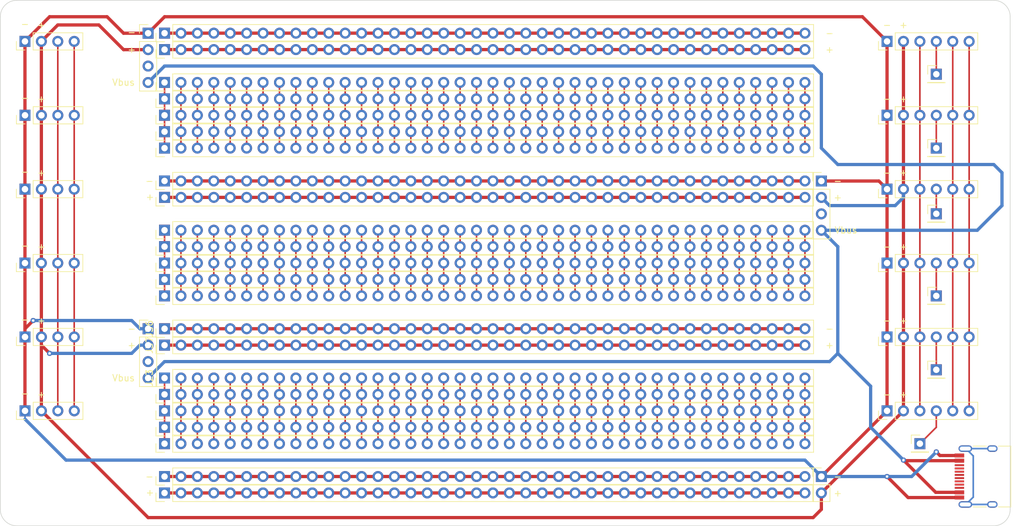
<source format=kicad_pcb>
(kicad_pcb (version 20211014) (generator pcbnew)
  (layers (0 "F.Cu" signal) (31 "B.Cu" signal) (34 "B.Paste" user) (35 "F.Paste" user) (36 "B.SilkS" user "B.Silkscreen") (37 "F.SilkS" user "F.Silkscreen") (38 "B.Mask" user) (39 "F.Mask" user) (44 "Edge.Cuts" user))
  (net 0 "")
  (net 1 "GND")
  (net 2 "+3V3")
  (net 3 "SPI_CLK")
  (net 4 "SPI_01_CS")
  (net 5 "SPI_MISO")
  (net 6 "SPI_MOSI")
  (net 7 "SPI_02_CS")
  (net 8 "SPI_03_CS")
  (net 9 "SPI_04_CS")
  (net 10 "SPI_05_CS")
  (net 11 "SPI_06_CS")
  (net 12 "SCL")
  (net 13 "SDA")
  (net 14 "A_01")
  (net 15 "A_02")
  (net 16 "A_03")
  (net 17 "A_04")
  (net 18 "A_05")
  (net 19 "A_06")
  (net 20 "A_07")
  (net 21 "A_08")
  (net 22 "A_09")
  (net 23 "A_10")
  (net 24 "A_11")
  (net 25 "A_12")
  (net 26 "A_13")
  (net 27 "A_14")
  (net 28 "A_15")
  (net 29 "A_16")
  (net 30 "A_17")
  (net 31 "A_18")
  (net 32 "A_19")
  (net 33 "A_20")
  (net 34 "A_21")
  (net 35 "A_22")
  (net 36 "A_23")
  (net 37 "A_24")
  (net 38 "A_25")
  (net 39 "A_26")
  (net 40 "A_27")
  (net 41 "A_28")
  (net 42 "A_29")
  (net 43 "A_30")
  (net 44 "A_31")
  (net 45 "A_32")
  (net 46 "A_33")
  (net 47 "A_34")
  (net 48 "A_35")
  (net 49 "A_36")
  (net 50 "A_37")
  (net 51 "A_38")
  (net 52 "A_39")
  (net 53 "A_40")
  (net 54 "B_01")
  (net 55 "B_02")
  (net 56 "B_03")
  (net 57 "B_05")
  (net 58 "B_06")
  (net 59 "B_07")
  (net 60 "B_08")
  (net 61 "B_09")
  (net 62 "B_10")
  (net 63 "B_11")
  (net 64 "B_12")
  (net 65 "B_13")
  (net 66 "B_14")
  (net 67 "B_15")
  (net 68 "B_16")
  (net 69 "B_17")
  (net 70 "B_18")
  (net 71 "B_19")
  (net 72 "B_20")
  (net 73 "B_21")
  (net 74 "B_22")
  (net 75 "B_23")
  (net 76 "B_24")
  (net 77 "B_25")
  (net 78 "B_26")
  (net 79 "B_27")
  (net 80 "B_28")
  (net 81 "B_29")
  (net 82 "B_30")
  (net 83 "B_31")
  (net 84 "B_32")
  (net 85 "B_33")
  (net 86 "B_34")
  (net 87 "B_35")
  (net 88 "B_36")
  (net 89 "B_37")
  (net 90 "B_38")
  (net 91 "B_39")
  (net 92 "B_40")
  (net 93 "C_01")
  (net 94 "C_02")
  (net 95 "C_03")
  (net 96 "C_04")
  (net 97 "C_05")
  (net 98 "C_06")
  (net 99 "C_07")
  (net 100 "C_08")
  (net 101 "C_09")
  (net 102 "C_10")
  (net 103 "C_11")
  (net 104 "C_12")
  (net 105 "C_13")
  (net 106 "C_14")
  (net 107 "C_15")
  (net 108 "C_16")
  (net 109 "C_17")
  (net 110 "C_18")
  (net 111 "C_19")
  (net 112 "C_20")
  (net 113 "C_21")
  (net 114 "C_22")
  (net 115 "C_23")
  (net 116 "C_24")
  (net 117 "C_25")
  (net 118 "C_26")
  (net 119 "C_27")
  (net 120 "C_28")
  (net 121 "C_29")
  (net 122 "C_30")
  (net 123 "C_31")
  (net 124 "C_32")
  (net 125 "C_33")
  (net 126 "C_34")
  (net 127 "C_35")
  (net 128 "C_36")
  (net 129 "C_37")
  (net 130 "C_38")
  (net 131 "C_39")
  (net 132 "C_40")
  (net 136 "R_1")
  (net 137 "R_2")
  (net 138 "R_3")
  (net 139 "R_4")
  (net 140 "R_5")
  (net 141 "R_6")
  (net 142 "R_7")
  (net 143 "R_8")
  (net 144 "+5V")
  (net 153 "unconnected-(J40-PadS1)")
  (net 154 "B_04")
  (footprint "Connector_PinHeader_2.54mm:PinHeader_1x40_P2.54mm_Vertical" (layer "F.Cu") (at 71.12 96.52 90)
    (fp_text reference "J27" hide)
    (fp_text value "C_5")
  )
  (footprint "Connector_PinHeader_2.54mm:PinHeader_1x06_P2.54mm_Vertical" (layer "F.Cu") (at 182.88 45.72 90)
    (fp_text reference "J2" hide)
    (fp_text value "SPI_02")
  )
  (footprint "Connector_PinHeader_2.54mm:PinHeader_1x40_P2.54mm_Vertical" (layer "F.Cu") (at 71.125 35.56 90)
    (fp_text reference "J33" hide)
    (fp_text value "Rail02")
  )
  (footprint "MountingHole:MountingHole_3.5mm" (layer "F.Cu") (at 63.5 45.72)
    (fp_text reference "REF**" hide)
    (fp_text value "MountingHole_3.5mm" hide)
  )
  (footprint "Connector_PinHeader_2.54mm:PinHeader_1x04_P2.54mm_Vertical" (layer "F.Cu") (at 49.53 34.29 90)
    (fp_text reference "J7" hide)
    (fp_text value "I2C_01")
  )
  (footprint "Connector_PinHeader_2.54mm:PinHeader_1x40_P2.54mm_Vertical" (layer "F.Cu") (at 71.12 86.36 90)
    (fp_text reference "J23")
    (fp_text value "C_1")
  )
  (footprint "Connector_PinHeader_2.54mm:PinHeader_1x40_P2.54mm_Vertical" (layer "F.Cu") (at 71.12 45.72 90)
    (fp_text reference "J15" hide)
    (fp_text value "A_3")
  )
  (footprint "Connector_PinHeader_2.54mm:PinHeader_1x40_P2.54mm_Vertical" (layer "F.Cu") (at 71.12 104.14 90)
    (fp_text reference "+")
    (fp_text value "Rail08")
  )
  (footprint "MountingHole:MountingHole_3.5mm" (layer "F.Cu") (at 176.53 45.72)
    (fp_text reference "REF**" hide)
    (fp_text value "MountingHole_3.5mm" hide)
  )
  (footprint "Connector_PinHeader_2.54mm:PinHeader_1x40_P2.54mm_Vertical" (layer "F.Cu") (at 71.12 91.44 90)
    (fp_text reference "J25" hide)
    (fp_text value "C_3")
  )
  (footprint "Connector_PinHeader_2.54mm:PinHeader_1x04_P2.54mm_Vertical" (layer "F.Cu") (at 49.53 68.58 90)
    (fp_text reference "J12" hide)
    (fp_text value "I2C_06")
  )
  (footprint "Connector_USB:USB_C_Receptacle_HRO_TYPE-C-31-M-12" (layer "F.Cu") (at 198.12 101.6 90)
    (fp_text reference "J40" hide)
    (fp_text value "USB_C_Receptacle")
  )
  (footprint "Connector_PinHeader_2.54mm:PinHeader_1x02_P2.54mm_Vertical" (layer "F.Cu") (at 172.72 101.6)
    (fp_text reference "J31" hide)
    (fp_text value "Power04")
  )
  (footprint "Connector_PinHeader_2.54mm:PinHeader_1x40_P2.54mm_Vertical" (layer "F.Cu") (at 71.12 81.28 90)
    (fp_text reference "J37")
    (fp_text value "Rail06")
  )
  (footprint "Connector_PinHeader_2.54mm:PinHeader_1x40_P2.54mm_Vertical" (layer "F.Cu") (at 71.125 33.02 90)
    (fp_text reference "J32" hide)
    (fp_text value "Rail01")
  )
  (footprint "Connector_PinHeader_2.54mm:PinHeader_1x04_P2.54mm_Vertical" (layer "F.Cu") (at 49.54 91.44 90)
    (fp_text reference "J11" hide)
    (fp_text value "I2C_05")
  )
  (footprint "Connector_PinHeader_2.54mm:PinHeader_1x06_P2.54mm_Vertical" (layer "F.Cu") (at 182.88 34.29 90)
    (fp_text reference "J1" hide)
    (fp_text value "SPI_01")
  )
  (footprint "Connector_PinHeader_2.54mm:PinHeader_1x04_P2.54mm_Vertical" (layer "F.Cu") (at 49.54 45.72 90)
    (fp_text reference "J8" hide)
    (fp_text value "I2C_02")
  )
  (footprint "Connector_PinHeader_2.54mm:PinHeader_1x40_P2.54mm_Vertical" (layer "F.Cu") (at 71.125 58.42 90)
    (fp_text reference "+")
    (fp_text value "Rail04")
  )
  (footprint "Connector_PinHeader_2.54mm:PinHeader_1x40_P2.54mm_Vertical" (layer "F.Cu") (at 71.12 88.9 90)
    (fp_text reference "J24" hide)
    (fp_text value "C_2")
  )
  (footprint "Connector_PinHeader_2.54mm:PinHeader_1x40_P2.54mm_Vertical" (layer "F.Cu") (at 71.12 55.88 90)
    (fp_text reference "-")
    (fp_text value "Rail03")
  )
  (footprint "Connector_PinHeader_2.54mm:PinHeader_1x04_P2.54mm_Vertical" (layer "F.Cu") (at 68.58 33.03)
    (fp_text reference "J28" hide)
    (fp_text value "Power01" hide)
  )
  (footprint "Connector_PinHeader_2.54mm:PinHeader_1x40_P2.54mm_Vertical" (layer "F.Cu") (at 71.12 48.26 90)
    (fp_text reference "J16" hide)
    (fp_text value "A_4")
  )
  (footprint "Connector_PinHeader_2.54mm:PinHeader_1x40_P2.54mm_Vertical" (layer "F.Cu") (at 71.12 50.8 90)
    (fp_text reference "J17" hide)
    (fp_text value "A_5")
  )
  (footprint "Connector_PinHeader_2.54mm:PinHeader_1x01_P2.54mm_Vertical" (layer "F.Cu") (at 190.5 60.96)
    (fp_text reference "J43" hide)
    (fp_text value "SPI_CS_03")
  )
  (footprint "Connector_PinHeader_2.54mm:PinHeader_1x04_P2.54mm_Vertical" (layer "F.Cu") (at 172.72 55.89)
    (fp_text reference "J29" hide)
    (fp_text value "Power02")
  )
  (footprint "Connector_PinHeader_2.54mm:PinHeader_1x40_P2.54mm_Vertical" (layer "F.Cu") (at 71.12 93.98 90)
    (fp_text reference "J26" hide)
    (fp_text value "C_4")
  )
  (footprint "Connector_PinHeader_2.54mm:PinHeader_1x40_P2.54mm_Vertical" (layer "F.Cu") (at 71.12 40.64 90)
    (fp_text reference "J13" hide)
    (fp_text value "A_1")
  )
  (footprint "MountingHole:MountingHole_3.5mm" (layer "F.Cu") (at 176.53 91.44)
    (fp_text reference "REF**" hide)
    (fp_text value "MountingHole_3.5mm" hide)
  )
  (footprint "Connector_PinHeader_2.54mm:PinHeader_1x04_P2.54mm_Vertical" (layer "F.Cu") (at 49.54 80.01 90)
    (fp_text reference "J10" hide)
    (fp_text value "I2C_04")
  )
  (footprint "Connector_PinHeader_2.54mm:PinHeader_1x06_P2.54mm_Vertical" (layer "F.Cu") (at 182.88 57.15 90)
    (fp_text reference "J3" hide)
    (fp_text value "SPI_03")
  )
  (footprint "Connector_PinHeader_2.54mm:PinHeader_1x01_P2.54mm_Vertical" (layer "F.Cu") (at 187.96 96.52)
    (fp_text reference "J46" hide)
    (fp_text value "SPI_CS_06")
  )
  (footprint "Connector_PinHeader_2.54mm:PinHeader_1x06_P2.54mm_Vertical" (layer "F.Cu") (at 182.88 91.44 90)
    (fp_text reference "J6" hide)
    (fp_text value "SPI_06")
  )
  (footprint "Connector_PinHeader_2.54mm:PinHeader_1x40_P2.54mm_Vertical" (layer "F.Cu") (at 71.12 101.6 90)
    (fp_text reference "-")
    (fp_text value "Rail07")
  )
  (footprint "Connector_PinHeader_2.54mm:PinHeader_1x01_P2.54mm_Vertical" (layer "F.Cu") (at 190.5 85.09)
    (fp_text reference "J45" hide)
    (fp_text value "SPI_CS_05")
  )
  (footprint "MountingHole:MountingHole_3.5mm" (layer "F.Cu") (at 63.5 91.44)
    (fp_text reference "REF**" hide)
    (fp_text value "MountingHole_3.5mm" hide)
  )
  (footprint "Connector_PinHeader_2.54mm:PinHeader_1x40_P2.54mm_Vertical" (layer "F.Cu") (at 71.125 78.74 90)
    (fp_text reference "J36")
    (fp_text value "Rail05")
  )
  (footprint "Connector_PinHeader_2.54mm:PinHeader_1x04_P2.54mm_Vertical" (layer "F.Cu") (at 49.53 57.15 90)
    (fp_text reference "J9" hide)
    (fp_text value "I2C_03")
  )
  (footprint "Connector_PinHeader_2.54mm:PinHeader_1x01_P2.54mm_Vertical" (layer "F.Cu") (at 190.5 50.8)
    (fp_text reference "J42" hide)
    (fp_text value "SPI_CS_02")
  )
  (footprint "Connector_PinHeader_2.54mm:PinHeader_1x06_P2.54mm_Vertical" (layer "F.Cu") (at 182.88 80.01 90)
    (fp_text reference "J5" hide)
    (fp_text value "SPI_05")
  )
  (footprint "Connector_PinHeader_2.54mm:PinHeader_1x01_P2.54mm_Vertical" (layer "F.Cu") (at 190.5 39.37)
    (fp_text reference "J41" hide)
    (fp_text value "SPI_CS_01")
  )
  (footprint "Connector_PinHeader_2.54mm:PinHeader_1x40_P2.54mm_Vertical" (layer "F.Cu") (at 71.12 71.12 90)
    (fp_text reference "J21" hide)
    (fp_text value "B_4")
  )
  (footprint "Connector_PinHeader_2.54mm:PinHeader_1x04_P2.54mm_Vertical" (layer "F.Cu") (at 68.58 78.74)
    (fp_text reference "J30" hide)
    (fp_text value "Power03" hide)
  )
  (footprint "Connector_PinHeader_2.54mm:PinHeader_1x40_P2.54mm_Vertical" (layer "F.Cu") (at 71.12 68.58 90)
    (fp_text reference "J20" hide)
    (fp_text value "B_3")
  )
  (footprint "Connector_PinHeader_2.54mm:PinHeader_1x40_P2.54mm_Vertical" (layer "F.Cu") (at 71.12 43.18 90)
    (fp_text reference "J14" hide)
    (fp_text value "A_2")
  )
  (footprint "Connector_PinHeader_2.54mm:PinHeader_1x06_P2.54mm_Vertical" (layer "F.Cu") (at 182.88 68.58 90)
    (fp_text reference "J4" hide)
    (fp_text value "SPI_04")
  )
  (footprint "Connector_PinHeader_2.54mm:PinHeader_1x40_P2.54mm_Vertical" (layer "F.Cu") (at 71.12 66.04 90)
    (fp_text reference "J19" hide)
    (fp_text value "B_2")
  )
  (footprint "Connector_PinHeader_2.54mm:PinHeader_1x01_P2.54mm_Vertical" (layer "F.Cu") (at 190.5 73.66)
    (fp_text reference "J44" hide)
    (fp_text value "SPI_CS_04")
  )
  (footprint "Connector_PinHeader_2.54mm:PinHeader_1x40_P2.54mm_Vertical" (layer "F.Cu") (at 71.12 63.5 90)
    (fp_text reference "J18" hide)
    (fp_text value "B_1")
  )
  (footprint "Connector_PinHeader_2.54mm:PinHeader_1x40_P2.54mm_Vertical" (layer "F.Cu") (at 71.12 73.66 90)
    (fp_text reference "J22" hide)
    (fp_text value "B_5")
  )
  (gr_line (start 199.39 27.94) (end 48.26 27.94) (layer "Edge.Cuts") (width 0.1))
  (gr_arc (start 199.39 27.94) (mid 201.186051 28.683949) (end 201.93 30.48) (layer "Edge.Cuts") (width 0.1))
  (gr_line (start 48.26 109.22) (end 199.39 109.22) (layer "Edge.Cuts") (width 0.1))
  (gr_arc (start 201.93 106.68) (mid 201.186051 108.476051) (end 199.39 109.22) (layer "Edge.Cuts") (width 0.1))
  (gr_arc (start 45.72 30.48) (mid 46.463949 28.683949) (end 48.26 27.94) (layer "Edge.Cuts") (width 0.1))
  (gr_line (start 45.72 30.48) (end 45.72 106.68) (layer "Edge.Cuts") (width 0.1))
  (gr_line (start 201.93 106.68) (end 201.93 30.48) (layer "Edge.Cuts") (width 0.1))
  (gr_arc (start 48.26 109.22) (mid 46.463949 108.476051) (end 45.72 106.68) (layer "Edge.Cuts") (width 0.1))
  (gr_text "-" (at 175.26 55.88) (layer "F.SilkS") (effects (font (size 1 1))))
  (gr_text "-" (at 49.53 88.9 180) (layer "F.SilkS") (effects (font (size 1 1))))
  (gr_text "+" (at 173.99 81.28) (layer "F.SilkS") (effects (font (size 1 1))))
  (gr_text "Vbus" (at 176.53 63.5) (layer "F.SilkS") (effects (font (size 1 1))))
  (gr_text "-" (at 182.88 31.75) (layer "F.SilkS") (effects (font (size 1 1))))
  (gr_text "Vbus" (at 64.77 40.64) (layer "F.SilkS") (effects (font (size 1 1))))
  (gr_text "+" (at 66.04 81.28) (layer "F.SilkS") (effects (font (size 1 1))))
  (gr_text "-" (at 49.53 77.47 180) (layer "F.SilkS") (effects (font (size 1 1))))
  (gr_text "-" (at 49.53 43.18 180) (layer "F.SilkS") (effects (font (size 1 1))))
  (gr_text "+" (at 173.99 35.56) (layer "F.SilkS") (effects (font (size 1 1))))
  (gr_text "-" (at 49.53 54.61 180) (layer "F.SilkS") (effects (font (size 1 1))))
  (gr_text "-" (at 175.26 101.6) (layer "F.SilkS") (effects (font (size 1 1))))
  (gr_text "+" (at 52.07 43.18) (layer "F.SilkS") (effects (font (size 1 1))))
  (gr_text "-" (at 173.99 78.74) (layer "F.SilkS") (effects (font (size 1 1))))
  (gr_text "-" (at 182.88 54.61) (layer "F.SilkS") (effects (font (size 1 1))))
  (gr_text "+" (at 185.42 43.18) (layer "F.SilkS") (effects (font (size 1 1))))
  (gr_text "-" (at 182.88 88.9) (layer "F.SilkS") (effects (font (size 1 1))))
  (gr_text "+" (at 52.07 88.9) (layer "F.SilkS") (effects (font (size 1 1))))
  (gr_text "-" (at 173.99 33.02) (layer "F.SilkS") (effects (font (size 1 1))))
  (gr_text "+" (at 66.04 35.56) (layer "F.SilkS") (effects (font (size 1 1))))
  (gr_text "-" (at 49.53 31.75 180) (layer "F.SilkS") (effects (font (size 1 1))))
  (gr_text "+" (at 52.07 77.47) (layer "F.SilkS") (effects (font (size 1 1))))
  (gr_text "-" (at 182.88 43.18) (layer "F.SilkS") (effects (font (size 1 1))))
  (gr_text "+" (at 175.26 58.42) (layer "F.SilkS") (effects (font (size 1 1))))
  (gr_text "+" (at 175.26 104.17) (layer "F.SilkS") (effects (font (size 1 1))))
  (gr_text "+" (at 52.07 31.75) (layer "F.SilkS") (effects (font (size 1 1))))
  (gr_text "+" (at 185.42 66.04) (layer "F.SilkS") (effects (font (size 1 1))))
  (gr_text "-" (at 66.04 78.74) (layer "F.SilkS") (effects (font (size 1 1))))
  (gr_text "+" (at 185.403986 54.577972) (layer "F.SilkS") (effects (font (size 1 1))))
  (gr_text "Vbus" (at 64.77 86.36) (layer "F.SilkS") (effects (font (size 1 1))))
  (gr_text "+" (at 185.42 31.75) (layer "F.SilkS") (effects (font (size 1 1))))
  (gr_text "-" (at 182.88 66.04) (layer "F.SilkS") (effects (font (size 1 1))))
  (gr_text "+" (at 185.42 77.47) (layer "F.SilkS") (effects (font (size 1 1))))
  (gr_text "-" (at 49.53 66.04 180) (layer "F.SilkS") (effects (font (size 1 1))))
  (gr_text "-" (at 66.04 33.02 180) (layer "F.SilkS") (effects (font (size 1 1))))
  (gr_text "-" (at 182.88 77.47) (layer "F.SilkS") (effects (font (size 1 1))))
  (gr_text "+" (at 185.42 88.9) (layer "F.SilkS") (effects (font (size 1 1))))
  (gr_text "+" (at 52.07 66.04) (layer "F.SilkS") (effects (font (size 1 1))))
  (gr_text "+" (at 52.07 54.61) (layer "F.SilkS") (effects (font (size 1 1))))
  (segment (start 179.07 30.48) (end 71.13 30.48) (width 0.5) (layer "F.Cu") (net 1))
  (segment (start 182.88 57.15) (end 181.61 55.88) (width 0.5) (layer "F.Cu") (net 1))
  (segment (start 194.075 104.85) (end 186.13 104.85) (width 0.5) (layer "F.Cu") (net 1))
  (segment (start 172.72 101.6) (end 182.88 91.44) (width 0.5) (layer "F.Cu") (net 1))
  (segment (start 49.53 91.43) (end 49.54 91.44) (width 0.25) (layer "F.Cu") (net 1))
  (segment (start 182.88 34.29) (end 182.88 91.44) (width 0.5) (layer "F.Cu") (net 1))
  (segment (start 49.54 80.01) (end 49.54 78.73) (width 0.25) (layer "F.Cu") (net 1))
  (segment (start 181.6 55.89) (end 172.72 55.89) (width 0.5) (layer "F.Cu") (net 1))
  (segment (start 62.23 30.48) (end 64.78 33.03) (width 0.5) (layer "F.Cu") (net 1))
  (segment (start 49.53 34.29) (end 53.34 30.48) (width 0.5) (layer "F.Cu") (net 1))
  (segment (start 181.61 55.88) (end 181.6 55.89) (width 0.25) (layer "F.Cu") (net 1))
  (segment (start 191.06 98.35) (end 190.5 97.79) (width 0.5) (layer "F.Cu") (net 1))
  (segment (start 71.13 30.48) (end 68.58 33.03) (width 0.5) (layer "F.Cu") (net 1))
  (segment (start 183.463018 102.183018) (end 182.88 101.6) (width 0.5) (layer "F.Cu") (net 1))
  (segment (start 194.075 98.35) (end 191.06 98.35) (width 0.5) (layer "F.Cu") (net 1))
  (segment (start 53.34 30.48) (end 62.23 30.48) (width 0.5) (layer "F.Cu") (net 1))
  (segment (start 182.88 34.29) (end 179.07 30.48) (width 0.5) (layer "F.Cu") (net 1))
  (segment (start 49.53 34.29) (end 49.53 91.43) (width 0.5) (layer "F.Cu") (net 1))
  (segment (start 64.78 33.03) (end 68.58 33.03) (width 0.5) (layer "F.Cu") (net 1))
  (segment (start 186.13 104.85) (end 183.463018 102.183018) (width 0.5) (layer "F.Cu") (net 1))
  (segment (start 49.54 78.73) (end 50.8 77.47) (width 0.5) (layer "F.Cu") (net 1))
  (via (at 182.88 101.6) (size 0.8) (drill 0.4) (layers "F.Cu" "B.Cu") (net 1))
  (via (at 190.5 97.79) (size 0.8) (drill 0.4) (layers "F.Cu" "B.Cu") (net 1))
  (via (at 50.8 77.47) (size 0.8) (drill 0.4) (layers "F.Cu" "B.Cu") (net 1))
  (segment (start 66.04 77.47) (end 50.8 77.47) (width 0.5) (layer "B.Cu") (net 1))
  (segment (start 186.69 101.6) (end 190.5 97.79) (width 0.5) (layer "B.Cu") (net 1))
  (segment (start 67.31 78.74) (end 66.04 77.47) (width 0.5) (layer "B.Cu") (net 1))
  (segment (start 49.54 91.44) (end 49.54 92.72) (width 0.25) (layer "B.Cu") (net 1))
  (segment (start 172.72 101.6) (end 182.88 101.6) (width 0.5) (layer "B.Cu") (net 1))
  (segment (start 49.54 92.72) (end 55.88 99.06) (width 0.5) (layer "B.Cu") (net 1))
  (segment (start 55.88 99.06) (end 170.18 99.06) (width 0.5) (layer "B.Cu") (net 1))
  (segment (start 68.58 78.74) (end 67.31 78.74) (width 0.5) (layer "B.Cu") (net 1))
  (segment (start 182.88 101.6) (end 186.69 101.6) (width 0.5) (layer "B.Cu") (net 1))
  (segment (start 170.18 99.06) (end 172.72 101.6) (width 0.5) (layer "B.Cu") (net 1))
  (segment (start 171.45 107.95) (end 68.58 107.95) (width 0.5) (layer "F.Cu") (net 2))
  (segment (start 67.31 106.67) (end 52.08 91.44) (width 0.5) (layer "F.Cu") (net 2))
  (segment (start 64.78 35.57) (end 68.58 35.57) (width 0.5) (layer "F.Cu") (net 2))
  (segment (start 67.31 106.68) (end 67.31 106.67) (width 0.25) (layer "F.Cu") (net 2))
  (segment (start 185.42 91.44) (end 172.72 104.14) (width 0.5) (layer "F.Cu") (net 2))
  (segment (start 52.07 91.43) (end 52.08 91.44) (width 0.25) (layer "F.Cu") (net 2))
  (segment (start 52.07 34.29) (end 54.61 31.75) (width 0.5) (layer "F.Cu") (net 2))
  (segment (start 172.72 106.68) (end 171.45 107.95) (width 0.5) (layer "F.Cu") (net 2))
  (segment (start 172.72 104.14) (end 172.72 106.68) (width 0.5) (layer "F.Cu") (net 2))
  (segment (start 68.58 107.95) (end 67.31 106.68) (width 0.5) (layer "F.Cu") (net 2))
  (segment (start 52.08 81.29) (end 53.34 82.55) (width 0.5) (layer "F.Cu") (net 2))
  (segment (start 52.07 34.29) (end 52.07 91.43) (width 0.5) (layer "F.Cu") (net 2))
  (segment (start 54.61 31.75) (end 60.96 31.75) (width 0.5) (layer "F.Cu") (net 2))
  (segment (start 60.96 31.75) (end 64.78 35.57) (width 0.5) (layer "F.Cu") (net 2))
  (segment (start 52.08 80.01) (end 52.08 81.29) (width 0.25) (layer "F.Cu") (net 2))
  (segment (start 185.42 34.29) (end 185.42 91.44) (width 0.5) (layer "F.Cu") (net 2))
  (via (at 53.34 82.55) (size 0.8) (drill 0.4) (layers "F.Cu" "B.Cu") (net 2))
  (segment (start 66.04 82.55) (end 53.34 82.55) (width 0.5) (layer "B.Cu") (net 2))
  (segment (start 67.31 81.28) (end 66.04 82.55) (width 0.5) (layer "B.Cu") (net 2))
  (segment (start 173.98 59.69) (end 172.72 58.43) (width 0.5) (layer "B.Cu") (net 2))
  (segment (start 184.15 59.69) (end 173.98 59.69) (width 0.5) (layer "B.Cu") (net 2))
  (segment (start 185.42 58.42) (end 184.15 59.69) (width 0.5) (layer "B.Cu") (net 2))
  (segment (start 185.42 57.15) (end 185.42 58.42) (width 0.5) (layer "B.Cu") (net 2))
  (segment (start 68.58 81.28) (end 67.31 81.28) (width 0.5) (layer "B.Cu") (net 2))
  (segment (start 187.96 34.29) (end 187.96 91.44) (width 0.25) (layer "F.Cu") (net 3))
  (segment (start 190.5 34.29) (end 190.5 39.37) (width 0.25) (layer "F.Cu") (net 4))
  (segment (start 193.04 34.29) (end 193.04 91.44) (width 0.25) (layer "F.Cu") (net 5))
  (segment (start 195.58 34.29) (end 195.58 91.44) (width 0.25) (layer "F.Cu") (net 6))
  (segment (start 190.5 45.72) (end 190.5 50.8) (width 0.25) (layer "F.Cu") (net 7))
  (segment (start 190.5 57.15) (end 190.5 60.96) (width 0.25) (layer "F.Cu") (net 8))
  (segment (start 190.5 68.58) (end 190.5 73.66) (width 0.25) (layer "F.Cu") (net 9))
  (segment (start 190.5 80.01) (end 190.5 85.09) (width 0.25) (layer "F.Cu") (net 10))
  (segment (start 190.5 91.44) (end 190.5 93.98) (width 0.25) (layer "F.Cu") (net 11))
  (segment (start 190.5 93.98) (end 187.96 96.52) (width 0.25) (layer "F.Cu") (net 11))
  (segment (start 54.61 34.29) (end 54.61 91.43) (width 0.25) (layer "F.Cu") (net 12))
  (segment (start 54.61 91.43) (end 54.62 91.44) (width 0.25) (layer "F.Cu") (net 12))
  (segment (start 57.15 91.43) (end 57.16 91.44) (width 0.25) (layer "F.Cu") (net 13))
  (segment (start 57.15 34.29) (end 57.15 91.43) (width 0.25) (layer "F.Cu") (net 13))
  (segment (start 71.12 50.8) (end 71.12 40.64) (width 0.25) (layer "F.Cu") (net 14))
  (segment (start 73.66 40.64) (end 73.66 50.8) (width 0.25) (layer "F.Cu") (net 15))
  (segment (start 76.2 50.8) (end 76.2 40.64) (width 0.25) (layer "F.Cu") (net 16))
  (segment (start 78.74 40.64) (end 78.74 50.8) (width 0.25) (layer "F.Cu") (net 17))
  (segment (start 81.28 50.8) (end 81.28 40.64) (width 0.25) (layer "F.Cu") (net 18))
  (segment (start 83.82 40.64) (end 83.82 50.8) (width 0.25) (layer "F.Cu") (net 19))
  (segment (start 86.36 50.8) (end 86.36 40.64) (width 0.25) (layer "F.Cu") (net 20))
  (segment (start 88.9 40.64) (end 88.9 50.8) (width 0.25) (layer "F.Cu") (net 21))
  (segment (start 91.44 50.8) (end 91.44 40.64) (width 0.25) (layer "F.Cu") (net 22))
  (segment (start 93.98 40.64) (end 93.98 50.8) (width 0.25) (layer "F.Cu") (net 23))
  (segment (start 96.52 50.8) (end 96.52 40.64) (width 0.25) (layer "F.Cu") (net 24))
  (segment (start 99.06 40.64) (end 99.06 50.8) (width 0.25) (layer "F.Cu") (net 25))
  (segment (start 101.6 50.8) (end 101.6 40.64) (width 0.25) (layer "F.Cu") (net 26))
  (segment (start 104.14 40.64) (end 104.14 50.8) (width 0.25) (layer "F.Cu") (net 27))
  (segment (start 106.68 50.8) (end 106.68 40.64) (width 0.25) (layer "F.Cu") (net 28))
  (segment (start 109.22 40.64) (end 109.22 50.8) (width 0.25) (layer "F.Cu") (net 29))
  (segment (start 111.76 50.8) (end 111.76 40.64) (width 0.25) (layer "F.Cu") (net 30))
  (segment (start 114.3 40.64) (end 114.3 50.8) (width 0.25) (layer "F.Cu") (net 31))
  (segment (start 116.84 50.8) (end 116.84 40.64) (width 0.25) (layer "F.Cu") (net 32))
  (segment (start 119.38 40.64) (end 119.38 50.8) (width 0.25) (layer "F.Cu") (net 33))
  (segment (start 121.92 50.8) (end 121.92 40.64) (width 0.25) (layer "F.Cu") (net 34))
  (segment (start 124.46 40.64) (end 124.46 50.8) (width 0.25) (layer "F.Cu") (net 35))
  (segment (start 127 50.8) (end 127 40.64) (width 0.25) (layer "F.Cu") (net 36))
  (segment (start 129.54 40.64) (end 129.54 50.8) (width 0.25) (layer "F.Cu") (net 37))
  (segment (start 132.08 50.8) (end 132.08 40.64) (width 0.25) (layer "F.Cu") (net 38))
  (segment (start 134.62 40.64) (end 134.62 50.8) (width 0.25) (layer "F.Cu") (net 39))
  (segment (start 137.16 40.64) (end 137.16 50.8) (width 0.25) (layer "F.Cu") (net 40))
  (segment (start 139.7 50.8) (end 139.7 40.64) (width 0.25) (layer "F.Cu") (net 41))
  (segment (start 142.24 40.64) (end 142.24 50.8) (width 0.25) (layer "F.Cu") (net 42))
  (segment (start 144.78 50.8) (end 144.78 40.64) (width 0.25) (layer "F.Cu") (net 43))
  (segment (start 147.32 40.64) (end 147.32 50.8) (width 0.25) (layer "F.Cu") (net 44))
  (segment (start 149.86 50.8) (end 149.86 40.64) (width 0.25) (layer "F.Cu") (net 45))
  (segment (start 152.4 40.64) (end 152.4 50.8) (width 0.25) (layer "F.Cu") (net 46))
  (segment (start 154.94 50.8) (end 154.94 40.64) (width 0.25) (layer "F.Cu") (net 47))
  (segment (start 157.48 40.64) (end 157.48 50.8) (width 0.25) (layer "F.Cu") (net 48))
  (segment (start 160.02 50.8) (end 160.02 40.64) (width 0.25) (layer "F.Cu") (net 49))
  (segment (start 162.56 40.64) (end 162.56 50.8) (width 0.25) (layer "F.Cu") (net 50))
  (segment (start 165.1 40.64) (end 165.1 50.8) (width 0.25) (layer "F.Cu") (net 51))
  (segment (start 167.64 50.8) (end 167.64 40.64) (width 0.25) (layer "F.Cu") (net 52))
  (segment (start 170.18 40.64) (end 170.18 50.8) (width 0.25) (layer "F.Cu") (net 53))
  (segment (start 71.12 73.66) (end 71.12 63.5) (width 0.25) (layer "F.Cu") (net 54))
  (segment (start 73.66 63.5) (end 73.66 73.66) (width 0.25) (layer "F.Cu") (net 55))
  (segment (start 76.2 63.5) (end 76.2 73.66) (width 0.25) (layer "F.Cu") (net 56))
  (segment (start 81.28 63.5) (end 81.28 73.66) (width 0.25) (layer "F.Cu") (net 57))
  (segment (start 83.82 73.66) (end 83.82 63.5) (width 0.25) (layer "F.Cu") (net 58))
  (segment (start 86.36 63.5) (end 86.36 73.66) (width 0.25) (layer "F.Cu") (net 59))
  (segment (start 88.9 73.66) (end 88.9 63.5) (width 0.25) (layer "F.Cu") (net 60))
  (segment (start 91.44 63.5) (end 91.44 73.66) (width 0.25) (layer "F.Cu") (net 61))
  (segment (start 93.98 73.66) (end 93.98 63.5) (width 0.25) (layer "F.Cu") (net 62))
  (segment (start 96.52 63.5) (end 96.52 73.66) (width 0.25) (layer "F.Cu") (net 63))
  (segment (start 99.06 63.5) (end 99.06 73.66) (width 0.25) (layer "F.Cu") (net 64))
  (segment (start 101.6 63.5) (end 101.6 73.66) (width 0.25) (layer "F.Cu") (net 65))
  (segment (start 104.14 63.5) (end 104.14 73.66) (width 0.25) (layer "F.Cu") (net 66))
  (segment (start 106.68 73.66) (end 106.68 63.5) (width 0.25) (layer "F.Cu") (net 67))
  (segment (start 109.22 63.5) (end 109.22 73.66) (width 0.25) (layer "F.Cu") (net 68))
  (segment (start 111.76 73.66) (end 111.76 63.5) (width 0.25) (layer "F.Cu") (net 69))
  (segment (start 114.3 63.5) (end 114.3 73.66) (width 0.25) (layer "F.Cu") (net 70))
  (segment (start 116.84 73.66) (end 116.84 63.5) (width 0.25) (layer "F.Cu") (net 71))
  (segment (start 119.38 63.5) (end 119.38 73.66) (width 0.25) (layer "F.Cu") (net 72))
  (segment (start 121.92 73.66) (end 121.92 63.5) (width 0.25) (layer "F.Cu") (net 73))
  (segment (start 124.46 63.5) (end 124.46 73.66) (width 0.25) (layer "F.Cu") (net 74))
  (segment (start 127 73.66) (end 127 63.5) (width 0.25) (layer "F.Cu") (net 75))
  (segment (start 129.54 63.5) (end 129.54 73.66) (width 0.25) (layer "F.Cu") (net 76))
  (segment (start 132.08 73.66) (end 132.08 63.5) (width 0.25) (layer "F.Cu") (net 77))
  (segment (start 134.62 63.5) (end 134.62 73.66) (width 0.25) (layer "F.Cu") (net 78))
  (segment (start 137.16 73.66) (end 137.16 63.5) (width 0.25) (layer "F.Cu") (net 79))
  (segment (start 139.7 63.5) (end 139.7 73.66) (width 0.25) (layer "F.Cu") (net 80))
  (segment (start 142.24 73.66) (end 142.24 63.5) (width 0.25) (layer "F.Cu") (net 81))
  (segment (start 144.78 63.5) (end 144.78 73.66) (width 0.25) (layer "F.Cu") (net 82))
  (segment (start 147.32 73.66) (end 147.32 63.5) (width 0.25) (layer "F.Cu") (net 83))
  (segment (start 149.86 63.5) (end 149.86 73.66) (width 0.25) (layer "F.Cu") (net 84))
  (segment (start 152.4 73.66) (end 152.4 63.5) (width 0.25) (layer "F.Cu") (net 85))
  (segment (start 154.94 63.5) (end 154.94 73.66) (width 0.25) (layer "F.Cu") (net 86))
  (segment (start 157.48 73.66) (end 157.48 63.5) (width 0.25) (layer "F.Cu") (net 87))
  (segment (start 160.02 63.5) (end 160.02 73.66) (width 0.25) (layer "F.Cu") (net 88))
  (segment (start 162.56 73.66) (end 162.56 63.5) (width 0.25) (layer "F.Cu") (net 89))
  (segment (start 165.1 63.5) (end 165.1 73.66) (width 0.25) (layer "F.Cu") (net 90))
  (segment (start 167.64 73.66) (end 167.64 63.5) (width 0.25) (layer "F.Cu") (net 91))
  (segment (start 170.18 63.5) (end 170.18 73.66) (width 0.25) (layer "F.Cu") (net 92))
  (segment (start 71.12 86.36) (end 71.12 96.52) (width 0.25) (layer "F.Cu") (net 93))
  (segment (start 73.66 86.36) (end 73.66 96.52) (width 0.25) (layer "F.Cu") (net 94))
  (segment (start 76.2 96.52) (end 76.2 86.36) (width 0.25) (layer "F.Cu") (net 95))
  (segment (start 78.74 86.36) (end 78.74 96.52) (width 0.25) (layer "F.Cu") (net 96))
  (segment (start 81.28 96.52) (end 81.28 86.36) (width 0.25) (layer "F.Cu") (net 97))
  (segment (start 83.82 86.36) (end 83.82 96.52) (width 0.25) (layer "F.Cu") (net 98))
  (segment (start 86.36 86.36) (end 86.36 96.52) (width 0.25) (layer "F.Cu") (net 99))
  (segment (start 88.9 96.52) (end 88.9 86.36) (width 0.25) (layer "F.Cu") (net 100))
  (segment (start 91.44 86.36) (end 91.44 96.52) (width 0.25) (layer "F.Cu") (net 101))
  (segment (start 93.98 96.52) (end 93.98 86.36) (width 0.25) (layer "F.Cu") (net 102))
  (segment (start 96.52 86.36) (end 96.52 96.52) (width 0.25) (layer "F.Cu") (net 103))
  (segment (start 99.06 96.52) (end 99.06 86.36) (width 0.25) (layer "F.Cu") (net 104))
  (segment (start 101.6 86.36) (end 101.6 96.52) (width 0.25) (layer "F.Cu") (net 105))
  (segment (start 104.14 96.52) (end 104.14 86.36) (width 0.25) (layer "F.Cu") (net 106))
  (segment (start 106.68 86.36) (end 106.68 96.52) (width 0.25) (layer "F.Cu") (net 107))
  (segment (start 109.22 96.52) (end 109.22 86.36) (width 0.25) (layer "F.Cu") (net 108))
  (segment (start 111.76 86.36) (end 111.76 96.52) (width 0.25) (layer "F.Cu") (net 109))
  (segment (start 114.3 96.52) (end 114.3 86.36) (width 0.25) (layer "F.Cu") (net 110))
  (segment (start 116.84 86.36) (end 116.84 96.52) (width 0.25) (layer "F.Cu") (net 111))
  (segment (start 119.38 96.52) (end 119.38 86.36) (width 0.25) (layer "F.Cu") (net 112))
  (segment (start 121.92 86.36) (end 121.92 96.52) (width 0.25) (layer "F.Cu") (net 113))
  (segment (start 124.46 96.52) (end 124.46 86.36) (width 0.25) (layer "F.Cu") (net 114))
  (segment (start 127 86.36) (end 127 96.52) (width 0.25) (layer "F.Cu") (net 115))
  (segment (start 129.54 96.52) (end 129.54 86.36) (width 0.25) (layer "F.Cu") (net 116))
  (segment (start 132.08 86.36) (end 132.08 96.52) (width 0.25) (layer "F.Cu") (net 117))
  (segment (start 134.62 96.52) (end 134.62 86.36) (width 0.25) (layer "F.Cu") (net 118))
  (segment (start 137.16 86.36) (end 137.16 96.52) (width 0.25) (layer "F.Cu") (net 119))
  (segment (start 139.7 96.52) (end 139.7 86.36) (width 0.25) (layer "F.Cu") (net 120))
  (segment (start 142.24 86.36) (end 142.24 96.52) (width 0.25) (layer "F.Cu") (net 121))
  (segment (start 144.78 96.52) (end 144.78 86.36) (width 0.25) (layer "F.Cu") (net 122))
  (segment (start 147.32 86.36) (end 147.32 96.52) (width 0.25) (layer "F.Cu") (net 123))
  (segment (start 149.86 96.52) (end 149.86 86.36) (width 0.25) (layer "F.Cu") (net 124))
  (segment (start 152.4 86.36) (end 152.4 96.52) (width 0.25) (layer "F.Cu") (net 125))
  (segment (start 154.94 96.52) (end 154.94 86.36) (width 0.25) (layer "F.Cu") (net 126))
  (segment (start 157.48 86.36) (end 157.48 96.52) (width 0.25) (layer "F.Cu") (net 127))
  (segment (start 160.02 96.52) (end 160.02 86.36) (width 0.25) (layer "F.Cu") (net 128))
  (segment (start 162.56 86.36) (end 162.56 96.52) (width 0.25) (layer "F.Cu") (net 129))
  (segment (start 165.1 96.52) (end 165.1 86.36) (width 0.25) (layer "F.Cu") (net 130))
  (segment (start 167.64 86.36) (end 167.64 96.52) (width 0.25) (layer "F.Cu") (net 131))
  (segment (start 170.18 96.52) (end 170.18 86.36) (width 0.25) (layer "F.Cu") (net 132))
  (segment (start 71.125 33.02) (end 170.185 33.02) (width 0.5) (layer "F.Cu") (net 136))
  (segment (start 170.185 35.56) (end 71.125 35.56) (width 0.5) (layer "F.Cu") (net 137))
  (segment (start 170.18 55.88) (end 71.12 55.88) (width 0.5) (layer "F.Cu") (net 138))
  (segment (start 71.125 58.42) (end 170.185 58.42) (width 0.5) (layer "F.Cu") (net 139))
  (segment (start 71.125 78.74) (end 170.185 78.74) (width 0.5) (layer "F.Cu") (net 140))
  (segment (start 170.18 81.28) (end 71.12 81.28) (width 0.5) (layer "F.Cu") (net 141))
  (segment (start 71.12 101.6) (end 170.18 101.6) (width 0.5) (layer "F.Cu") (net 142))
  (segment (start 170.18 104.14) (end 71.12 104.14) (width 0.5) (layer "F.Cu") (net 143))
  (segment (start 190.41 104.05) (end 185.42 99.06) (width 0.5) (layer "F.Cu") (net 144))
  (segment (start 194.075 104.05) (end 190.41 104.05) (width 0.5) (layer "F.Cu") (net 144))
  (segment (start 194.075 99.15) (end 185.51 99.15) (width 0.5) (layer "F.Cu") (net 144))
  (via (at 185.42 99.06) (size 0.8) (drill 0.4) (layers "F.Cu" "B.Cu") (net 144))
  (segment (start 175.26 82.55) (end 173.99 83.82) (width 0.5) (layer "B.Cu") (net 144))
  (segment (start 172.72 39.37) (end 172.72 50.8) (width 0.5) (layer "B.Cu") (net 144))
  (segment (start 172.72 63.51) (end 175.25 66.04) (width 0.5) (layer "B.Cu") (net 144))
  (segment (start 68.58 40.65) (end 71.12 38.11) (width 0.5) (layer "B.Cu") (net 144))
  (segment (start 175.26 66.04) (end 175.26 82.55) (width 0.5) (layer "B.Cu") (net 144))
  (segment (start 200.66 59.69) (end 196.84 63.51) (width 0.5) (layer "B.Cu") (net 144))
  (segment (start 180.34 93.98) (end 185.42 99.06) (width 0.5) (layer "B.Cu") (net 144))
  (segment (start 175.26 53.34) (end 199.39 53.34) (width 0.5) (layer "B.Cu") (net 144))
  (segment (start 173.99 83.82) (end 71.12 83.82) (width 0.5) (layer "B.Cu") (net 144))
  (segment (start 175.26 82.55) (end 180.34 87.63) (width 0.5) (layer "B.Cu") (net 144))
  (segment (start 71.12 38.1) (end 171.45 38.1) (width 0.5) (layer "B.Cu") (net 144))
  (segment (start 171.45 38.1) (end 172.72 39.37) (width 0.5) (layer "B.Cu") (net 144))
  (segment (start 180.34 87.63) (end 180.34 93.98) (width 0.5) (layer "B.Cu") (net 144))
  (segment (start 71.12 38.11) (end 71.12 38.1) (width 0.25) (layer "B.Cu") (net 144))
  (segment (start 200.66 54.61) (end 200.66 59.69) (width 0.5) (layer "B.Cu") (net 144))
  (segment (start 71.12 83.82) (end 68.58 86.36) (width 0.5) (layer "B.Cu") (net 144))
  (segment (start 199.39 53.34) (end 200.66 54.61) (width 0.5) (layer "B.Cu") (net 144))
  (segment (start 196.84 63.51) (end 172.72 63.51) (width 0.5) (layer "B.Cu") (net 144))
  (segment (start 175.25 66.04) (end 175.26 66.04) (width 0.5) (layer "B.Cu") (net 144))
  (segment (start 172.72 50.8) (end 175.26 53.34) (width 0.5) (layer "B.Cu") (net 144))
  (segment (start 194.99 105.92) (end 195.079273 105.92) (width 0.25) (layer "B.Cu") (net 153))
  (segment (start 195.079273 105.92) (end 196.219521 104.779752) (width 0.25) (layer "B.Cu") (net 153))
  (segment (start 199.17 97.28) (end 194.99 97.28) (width 0.25) (layer "B.Cu") (net 153))
  (segment (start 196.219521 98.420248) (end 195.079273 97.28) (width 0.25) (layer "B.Cu") (net 153))
  (segment (start 199.17 105.92) (end 194.99 105.92) (width 0.25) (layer "B.Cu") (net 153))
  (segment (start 195.079273 97.28) (end 194.99 97.28) (width 0.25) (layer "B.Cu") (net 153))
  (segment (start 196.219521 104.779752) (end 196.219521 98.420248) (width 0.25) (layer "B.Cu") (net 153))
  (segment (start 78.74 63.5) (end 78.74 73.66) (width 0.25) (layer "F.Cu") (net 154))
)
</source>
